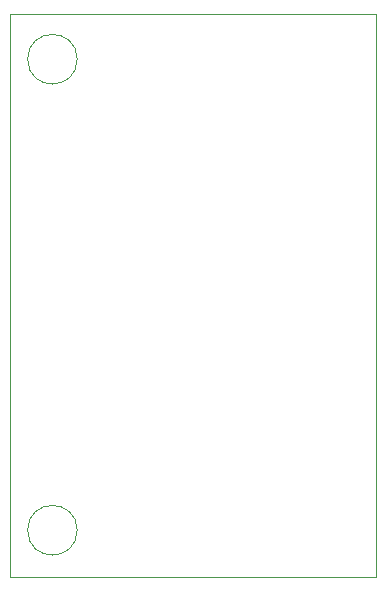
<source format=gbr>
%TF.GenerationSoftware,KiCad,Pcbnew,7.0.8*%
%TF.CreationDate,2024-02-25T14:43:20-05:00*%
%TF.ProjectId,scart breakout,73636172-7420-4627-9265-616b6f75742e,rev?*%
%TF.SameCoordinates,Original*%
%TF.FileFunction,Profile,NP*%
%FSLAX46Y46*%
G04 Gerber Fmt 4.6, Leading zero omitted, Abs format (unit mm)*
G04 Created by KiCad (PCBNEW 7.0.8) date 2024-02-25 14:43:20*
%MOMM*%
%LPD*%
G01*
G04 APERTURE LIST*
%TA.AperFunction,Profile*%
%ADD10C,0.100000*%
%TD*%
G04 APERTURE END LIST*
D10*
X25600000Y-16000000D02*
G75*
G03*
X25600000Y-16000000I-2100000J0D01*
G01*
X25600000Y-55880000D02*
G75*
G03*
X25600000Y-55880000I-2100000J0D01*
G01*
X19890200Y-12208400D02*
X50865600Y-12208400D01*
X50865600Y-59864000D01*
X19890200Y-59864000D01*
X19890200Y-12208400D01*
M02*

</source>
